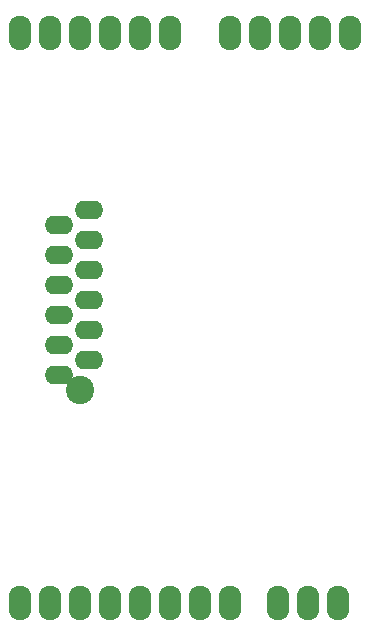
<source format=gbr>
G04 #@! TF.FileFunction,Soldermask,Bot*
%FSLAX46Y46*%
G04 Gerber Fmt 4.6, Leading zero omitted, Abs format (unit mm)*
G04 Created by KiCad (PCBNEW 4.0.5) date 02/01/17 23:23:48*
%MOMM*%
%LPD*%
G01*
G04 APERTURE LIST*
%ADD10C,0.100000*%
%ADD11O,1.924000X2.940000*%
%ADD12O,2.400000X1.600000*%
%ADD13C,2.400000*%
G04 APERTURE END LIST*
D10*
D11*
X154178000Y-82804000D03*
X156718000Y-82804000D03*
X159258000Y-82804000D03*
X166878000Y-82804000D03*
X164338000Y-82804000D03*
X161798000Y-82804000D03*
X171958000Y-82804000D03*
X174498000Y-82804000D03*
X177038000Y-82804000D03*
X182118000Y-82804000D03*
X154178000Y-131064000D03*
X156718000Y-131064000D03*
X159258000Y-131064000D03*
X161798000Y-131064000D03*
X164338000Y-131064000D03*
X166878000Y-131064000D03*
X169418000Y-131064000D03*
X171958000Y-131064000D03*
X176022000Y-131064000D03*
X178562000Y-131064000D03*
X181102000Y-131064000D03*
X179578000Y-82804000D03*
D12*
X157480000Y-111760000D03*
X160020000Y-110490000D03*
X157480000Y-109220000D03*
X160020000Y-107950000D03*
X157480000Y-106680000D03*
X160020000Y-105410000D03*
X157480000Y-104140000D03*
X160020000Y-102870000D03*
X157480000Y-101600000D03*
X160020000Y-100330000D03*
X157480000Y-99060000D03*
X160020000Y-97790000D03*
D13*
X159280000Y-113110000D03*
M02*

</source>
